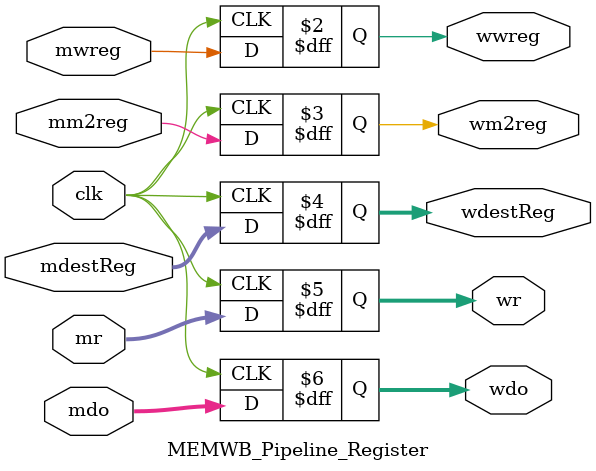
<source format=v>
`timescale 1ns / 1ps


module MEMWB_Pipeline_Register(
clk, 
mwreg, 
mm2reg, 
mdestReg, 
mr, 
mdo, 
wwreg, 
wm2reg, 
wdestReg, 
wr, 
wdo
    );
   
    input clk;
    input mwreg;
    input mm2reg;
    input[4:0] mdestReg;
    input[31:0] mr;
    input[31:0] mdo;
    
    output wwreg;
    output wm2reg;
    output[4:0] wdestReg;
    output[31:0] wr;
    output[31:0] wdo;
    reg wwreg;
    reg wm2reg;
    reg[4:0] wdestReg;
    reg[31:0] wr;
    reg[31:0] wdo;
    
    always @(posedge clk) begin
        wwreg = mwreg;
        wm2reg = mm2reg;
        wdestReg = mdestReg;
        wr = mr;
        wdo = mdo;
    end      
    
endmodule

</source>
